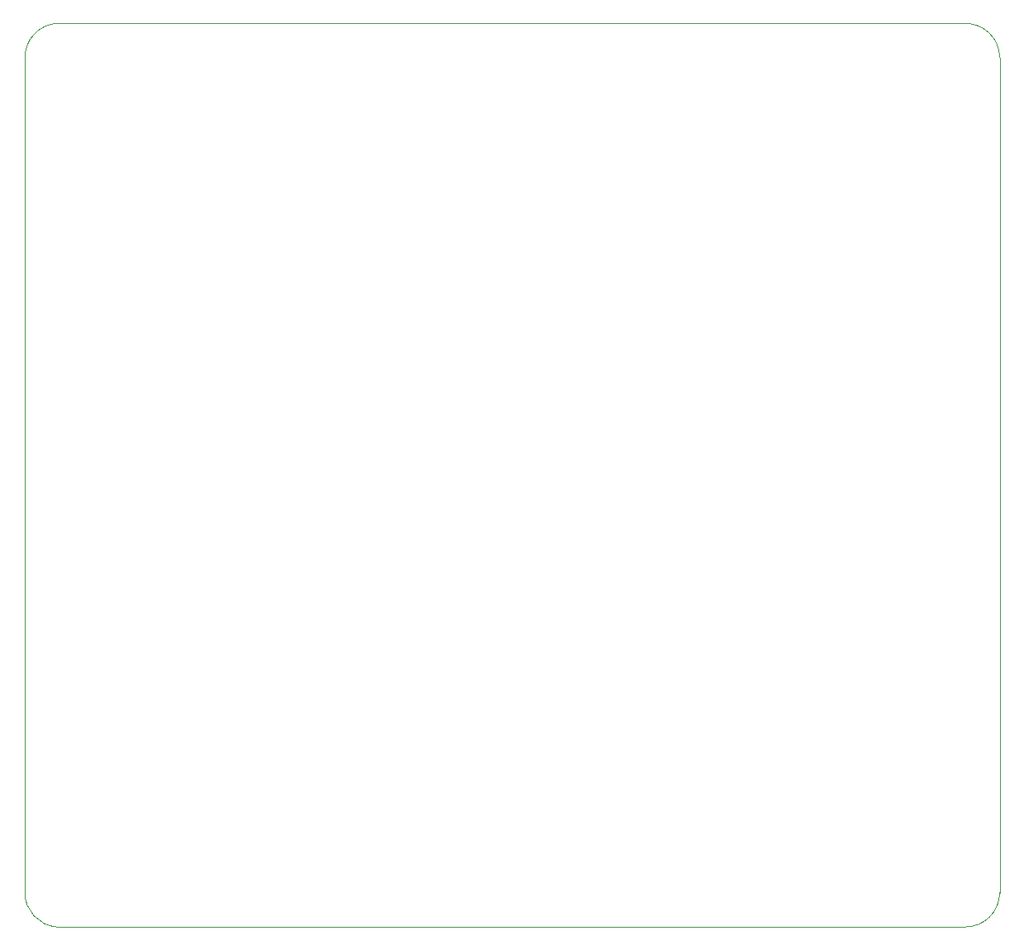
<source format=gbr>
%TF.GenerationSoftware,KiCad,Pcbnew,(6.0.0)*%
%TF.CreationDate,2022-03-14T12:38:49+01:00*%
%TF.ProjectId,Tranzistorski_pretvara_,5472616e-7a69-4737-946f-72736b695f70,rev?*%
%TF.SameCoordinates,Original*%
%TF.FileFunction,Profile,NP*%
%FSLAX46Y46*%
G04 Gerber Fmt 4.6, Leading zero omitted, Abs format (unit mm)*
G04 Created by KiCad (PCBNEW (6.0.0)) date 2022-03-14 12:38:49*
%MOMM*%
%LPD*%
G01*
G04 APERTURE LIST*
%TA.AperFunction,Profile*%
%ADD10C,0.100000*%
%TD*%
G04 APERTURE END LIST*
D10*
X92399633Y-56091083D02*
X185249266Y-56100000D01*
X188749266Y-59600000D02*
G75*
G03*
X185249266Y-56100000I-3499999J1D01*
G01*
X92399633Y-56091083D02*
G75*
G03*
X88899633Y-59850000I-1J-3508916D01*
G01*
X88891267Y-145200000D02*
X88899633Y-59850000D01*
X88891267Y-145200000D02*
G75*
G03*
X92150184Y-148700000I3508916J-1D01*
G01*
X185249817Y-148700000D02*
G75*
G03*
X188749817Y-145200000I1J3499999D01*
G01*
X188749817Y-145200000D02*
X188749266Y-59600000D01*
X185249817Y-148700000D02*
X92150184Y-148700000D01*
M02*

</source>
